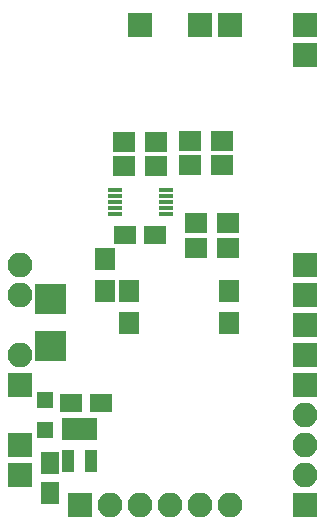
<source format=gbs>
G04 #@! TF.FileFunction,Soldermask,Bot*
%FSLAX46Y46*%
G04 Gerber Fmt 4.6, Leading zero omitted, Abs format (unit mm)*
G04 Created by KiCad (PCBNEW 4.0.6) date Monday, 07 August 2017 'PMt' 13:26:33*
%MOMM*%
%LPD*%
G01*
G04 APERTURE LIST*
%ADD10C,0.101600*%
%ADD11R,1.240000X0.390000*%
%ADD12R,2.100000X2.100000*%
%ADD13O,2.100000X2.100000*%
%ADD14R,1.900000X1.650000*%
%ADD15R,1.650000X1.900000*%
%ADD16R,1.700000X1.900000*%
%ADD17R,1.900000X1.700000*%
%ADD18R,1.400000X2.600000*%
%ADD19R,1.050000X1.960000*%
%ADD20R,1.400000X1.400000*%
G04 APERTURE END LIST*
D10*
D11*
X145170000Y-69326000D03*
X145170000Y-68826000D03*
X145170000Y-68326000D03*
X145170000Y-67826000D03*
X145170000Y-67326000D03*
X149470000Y-67326000D03*
X149470000Y-67826000D03*
X149470000Y-68326000D03*
X149470000Y-68826000D03*
X149470000Y-69326000D03*
D12*
X142240000Y-93980000D03*
D13*
X144780000Y-93980000D03*
X147320000Y-93980000D03*
X149860000Y-93980000D03*
X152400000Y-93980000D03*
X154940000Y-93980000D03*
D14*
X141498000Y-85344000D03*
X143998000Y-85344000D03*
D15*
X139700000Y-90450000D03*
X139700000Y-92950000D03*
D14*
X148570000Y-71120000D03*
X146070000Y-71120000D03*
D16*
X144375000Y-75850000D03*
X144375000Y-73150000D03*
D17*
X154766000Y-70104000D03*
X152066000Y-70104000D03*
X154766000Y-72263000D03*
X152066000Y-72263000D03*
D12*
X137160000Y-83820000D03*
D13*
X137160000Y-81280000D03*
D17*
X145970000Y-65278000D03*
X148670000Y-65278000D03*
X148670000Y-63246000D03*
X145970000Y-63246000D03*
X154250000Y-63200000D03*
X151550000Y-63200000D03*
X151550000Y-65200000D03*
X154250000Y-65200000D03*
D12*
X154940000Y-53340000D03*
X161290000Y-55880000D03*
X161290000Y-73660000D03*
X161290000Y-76200000D03*
X161290000Y-78740000D03*
X147320000Y-53340000D03*
X137160000Y-91440000D03*
D13*
X137160000Y-73660000D03*
D12*
X137160000Y-88900000D03*
D13*
X137160000Y-76200000D03*
D12*
X152400000Y-53340000D03*
D16*
X146350000Y-75875000D03*
X146350000Y-78575000D03*
D12*
X161290000Y-81280000D03*
D16*
X154800000Y-75850000D03*
X154800000Y-78550000D03*
D12*
X161290000Y-53340000D03*
D18*
X139065000Y-76504800D03*
X139065000Y-80486000D03*
X140360400Y-80486000D03*
X140360400Y-76504800D03*
D12*
X161290000Y-93980000D03*
D13*
X161290000Y-91440000D03*
X161290000Y-88900000D03*
X161290000Y-86360000D03*
D19*
X141250000Y-87550000D03*
X142200000Y-87550000D03*
X143150000Y-87550000D03*
X143150000Y-90250000D03*
X141250000Y-90250000D03*
D20*
X139300000Y-87600000D03*
X139300000Y-85100000D03*
D12*
X161290000Y-83820000D03*
M02*

</source>
